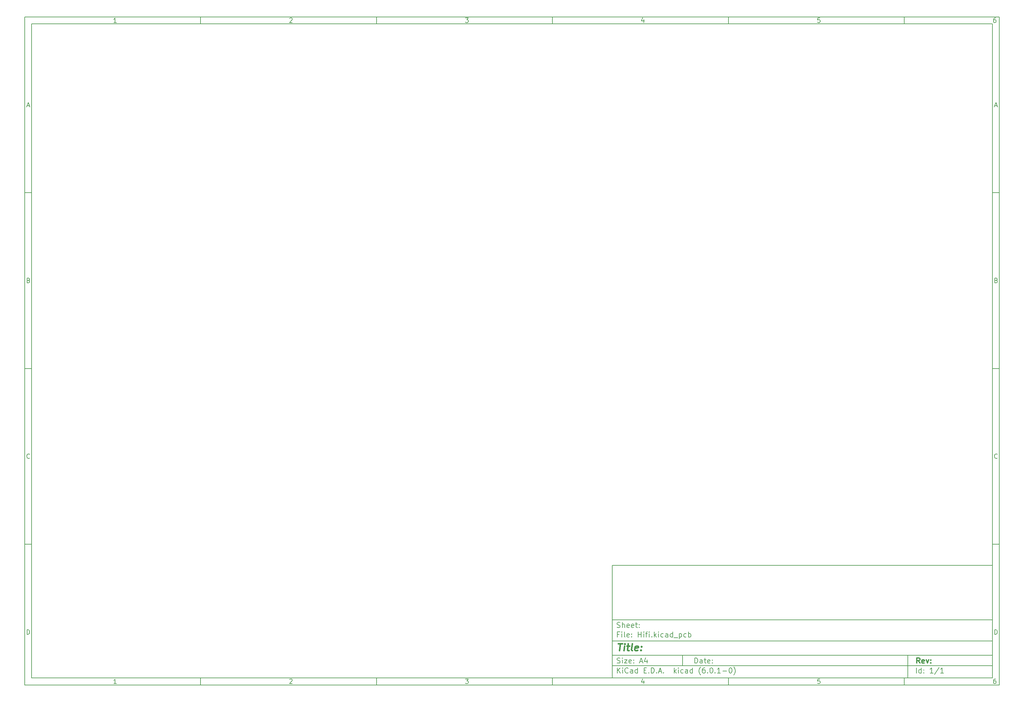
<source format=gbp>
G04 #@! TF.GenerationSoftware,KiCad,Pcbnew,(6.0.1-0)*
G04 #@! TF.CreationDate,2022-01-26T00:05:37+08:00*
G04 #@! TF.ProjectId,Hifi,48696669-2e6b-4696-9361-645f70636258,rev?*
G04 #@! TF.SameCoordinates,Original*
G04 #@! TF.FileFunction,Paste,Bot*
G04 #@! TF.FilePolarity,Positive*
%FSLAX46Y46*%
G04 Gerber Fmt 4.6, Leading zero omitted, Abs format (unit mm)*
G04 Created by KiCad (PCBNEW (6.0.1-0)) date 2022-01-26 00:05:37*
%MOMM*%
%LPD*%
G01*
G04 APERTURE LIST*
%ADD10C,0.100000*%
%ADD11C,0.150000*%
%ADD12C,0.300000*%
%ADD13C,0.400000*%
G04 APERTURE END LIST*
D10*
D11*
X177002200Y-166007200D02*
X177002200Y-198007200D01*
X285002200Y-198007200D01*
X285002200Y-166007200D01*
X177002200Y-166007200D01*
D10*
D11*
X10000000Y-10000000D02*
X10000000Y-200007200D01*
X287002200Y-200007200D01*
X287002200Y-10000000D01*
X10000000Y-10000000D01*
D10*
D11*
X12000000Y-12000000D02*
X12000000Y-198007200D01*
X285002200Y-198007200D01*
X285002200Y-12000000D01*
X12000000Y-12000000D01*
D10*
D11*
X60000000Y-12000000D02*
X60000000Y-10000000D01*
D10*
D11*
X110000000Y-12000000D02*
X110000000Y-10000000D01*
D10*
D11*
X160000000Y-12000000D02*
X160000000Y-10000000D01*
D10*
D11*
X210000000Y-12000000D02*
X210000000Y-10000000D01*
D10*
D11*
X260000000Y-12000000D02*
X260000000Y-10000000D01*
D10*
D11*
X36065476Y-11588095D02*
X35322619Y-11588095D01*
X35694047Y-11588095D02*
X35694047Y-10288095D01*
X35570238Y-10473809D01*
X35446428Y-10597619D01*
X35322619Y-10659523D01*
D10*
D11*
X85322619Y-10411904D02*
X85384523Y-10350000D01*
X85508333Y-10288095D01*
X85817857Y-10288095D01*
X85941666Y-10350000D01*
X86003571Y-10411904D01*
X86065476Y-10535714D01*
X86065476Y-10659523D01*
X86003571Y-10845238D01*
X85260714Y-11588095D01*
X86065476Y-11588095D01*
D10*
D11*
X135260714Y-10288095D02*
X136065476Y-10288095D01*
X135632142Y-10783333D01*
X135817857Y-10783333D01*
X135941666Y-10845238D01*
X136003571Y-10907142D01*
X136065476Y-11030952D01*
X136065476Y-11340476D01*
X136003571Y-11464285D01*
X135941666Y-11526190D01*
X135817857Y-11588095D01*
X135446428Y-11588095D01*
X135322619Y-11526190D01*
X135260714Y-11464285D01*
D10*
D11*
X185941666Y-10721428D02*
X185941666Y-11588095D01*
X185632142Y-10226190D02*
X185322619Y-11154761D01*
X186127380Y-11154761D01*
D10*
D11*
X236003571Y-10288095D02*
X235384523Y-10288095D01*
X235322619Y-10907142D01*
X235384523Y-10845238D01*
X235508333Y-10783333D01*
X235817857Y-10783333D01*
X235941666Y-10845238D01*
X236003571Y-10907142D01*
X236065476Y-11030952D01*
X236065476Y-11340476D01*
X236003571Y-11464285D01*
X235941666Y-11526190D01*
X235817857Y-11588095D01*
X235508333Y-11588095D01*
X235384523Y-11526190D01*
X235322619Y-11464285D01*
D10*
D11*
X285941666Y-10288095D02*
X285694047Y-10288095D01*
X285570238Y-10350000D01*
X285508333Y-10411904D01*
X285384523Y-10597619D01*
X285322619Y-10845238D01*
X285322619Y-11340476D01*
X285384523Y-11464285D01*
X285446428Y-11526190D01*
X285570238Y-11588095D01*
X285817857Y-11588095D01*
X285941666Y-11526190D01*
X286003571Y-11464285D01*
X286065476Y-11340476D01*
X286065476Y-11030952D01*
X286003571Y-10907142D01*
X285941666Y-10845238D01*
X285817857Y-10783333D01*
X285570238Y-10783333D01*
X285446428Y-10845238D01*
X285384523Y-10907142D01*
X285322619Y-11030952D01*
D10*
D11*
X60000000Y-198007200D02*
X60000000Y-200007200D01*
D10*
D11*
X110000000Y-198007200D02*
X110000000Y-200007200D01*
D10*
D11*
X160000000Y-198007200D02*
X160000000Y-200007200D01*
D10*
D11*
X210000000Y-198007200D02*
X210000000Y-200007200D01*
D10*
D11*
X260000000Y-198007200D02*
X260000000Y-200007200D01*
D10*
D11*
X36065476Y-199595295D02*
X35322619Y-199595295D01*
X35694047Y-199595295D02*
X35694047Y-198295295D01*
X35570238Y-198481009D01*
X35446428Y-198604819D01*
X35322619Y-198666723D01*
D10*
D11*
X85322619Y-198419104D02*
X85384523Y-198357200D01*
X85508333Y-198295295D01*
X85817857Y-198295295D01*
X85941666Y-198357200D01*
X86003571Y-198419104D01*
X86065476Y-198542914D01*
X86065476Y-198666723D01*
X86003571Y-198852438D01*
X85260714Y-199595295D01*
X86065476Y-199595295D01*
D10*
D11*
X135260714Y-198295295D02*
X136065476Y-198295295D01*
X135632142Y-198790533D01*
X135817857Y-198790533D01*
X135941666Y-198852438D01*
X136003571Y-198914342D01*
X136065476Y-199038152D01*
X136065476Y-199347676D01*
X136003571Y-199471485D01*
X135941666Y-199533390D01*
X135817857Y-199595295D01*
X135446428Y-199595295D01*
X135322619Y-199533390D01*
X135260714Y-199471485D01*
D10*
D11*
X185941666Y-198728628D02*
X185941666Y-199595295D01*
X185632142Y-198233390D02*
X185322619Y-199161961D01*
X186127380Y-199161961D01*
D10*
D11*
X236003571Y-198295295D02*
X235384523Y-198295295D01*
X235322619Y-198914342D01*
X235384523Y-198852438D01*
X235508333Y-198790533D01*
X235817857Y-198790533D01*
X235941666Y-198852438D01*
X236003571Y-198914342D01*
X236065476Y-199038152D01*
X236065476Y-199347676D01*
X236003571Y-199471485D01*
X235941666Y-199533390D01*
X235817857Y-199595295D01*
X235508333Y-199595295D01*
X235384523Y-199533390D01*
X235322619Y-199471485D01*
D10*
D11*
X285941666Y-198295295D02*
X285694047Y-198295295D01*
X285570238Y-198357200D01*
X285508333Y-198419104D01*
X285384523Y-198604819D01*
X285322619Y-198852438D01*
X285322619Y-199347676D01*
X285384523Y-199471485D01*
X285446428Y-199533390D01*
X285570238Y-199595295D01*
X285817857Y-199595295D01*
X285941666Y-199533390D01*
X286003571Y-199471485D01*
X286065476Y-199347676D01*
X286065476Y-199038152D01*
X286003571Y-198914342D01*
X285941666Y-198852438D01*
X285817857Y-198790533D01*
X285570238Y-198790533D01*
X285446428Y-198852438D01*
X285384523Y-198914342D01*
X285322619Y-199038152D01*
D10*
D11*
X10000000Y-60000000D02*
X12000000Y-60000000D01*
D10*
D11*
X10000000Y-110000000D02*
X12000000Y-110000000D01*
D10*
D11*
X10000000Y-160000000D02*
X12000000Y-160000000D01*
D10*
D11*
X10690476Y-35216666D02*
X11309523Y-35216666D01*
X10566666Y-35588095D02*
X11000000Y-34288095D01*
X11433333Y-35588095D01*
D10*
D11*
X11092857Y-84907142D02*
X11278571Y-84969047D01*
X11340476Y-85030952D01*
X11402380Y-85154761D01*
X11402380Y-85340476D01*
X11340476Y-85464285D01*
X11278571Y-85526190D01*
X11154761Y-85588095D01*
X10659523Y-85588095D01*
X10659523Y-84288095D01*
X11092857Y-84288095D01*
X11216666Y-84350000D01*
X11278571Y-84411904D01*
X11340476Y-84535714D01*
X11340476Y-84659523D01*
X11278571Y-84783333D01*
X11216666Y-84845238D01*
X11092857Y-84907142D01*
X10659523Y-84907142D01*
D10*
D11*
X11402380Y-135464285D02*
X11340476Y-135526190D01*
X11154761Y-135588095D01*
X11030952Y-135588095D01*
X10845238Y-135526190D01*
X10721428Y-135402380D01*
X10659523Y-135278571D01*
X10597619Y-135030952D01*
X10597619Y-134845238D01*
X10659523Y-134597619D01*
X10721428Y-134473809D01*
X10845238Y-134350000D01*
X11030952Y-134288095D01*
X11154761Y-134288095D01*
X11340476Y-134350000D01*
X11402380Y-134411904D01*
D10*
D11*
X10659523Y-185588095D02*
X10659523Y-184288095D01*
X10969047Y-184288095D01*
X11154761Y-184350000D01*
X11278571Y-184473809D01*
X11340476Y-184597619D01*
X11402380Y-184845238D01*
X11402380Y-185030952D01*
X11340476Y-185278571D01*
X11278571Y-185402380D01*
X11154761Y-185526190D01*
X10969047Y-185588095D01*
X10659523Y-185588095D01*
D10*
D11*
X287002200Y-60000000D02*
X285002200Y-60000000D01*
D10*
D11*
X287002200Y-110000000D02*
X285002200Y-110000000D01*
D10*
D11*
X287002200Y-160000000D02*
X285002200Y-160000000D01*
D10*
D11*
X285692676Y-35216666D02*
X286311723Y-35216666D01*
X285568866Y-35588095D02*
X286002200Y-34288095D01*
X286435533Y-35588095D01*
D10*
D11*
X286095057Y-84907142D02*
X286280771Y-84969047D01*
X286342676Y-85030952D01*
X286404580Y-85154761D01*
X286404580Y-85340476D01*
X286342676Y-85464285D01*
X286280771Y-85526190D01*
X286156961Y-85588095D01*
X285661723Y-85588095D01*
X285661723Y-84288095D01*
X286095057Y-84288095D01*
X286218866Y-84350000D01*
X286280771Y-84411904D01*
X286342676Y-84535714D01*
X286342676Y-84659523D01*
X286280771Y-84783333D01*
X286218866Y-84845238D01*
X286095057Y-84907142D01*
X285661723Y-84907142D01*
D10*
D11*
X286404580Y-135464285D02*
X286342676Y-135526190D01*
X286156961Y-135588095D01*
X286033152Y-135588095D01*
X285847438Y-135526190D01*
X285723628Y-135402380D01*
X285661723Y-135278571D01*
X285599819Y-135030952D01*
X285599819Y-134845238D01*
X285661723Y-134597619D01*
X285723628Y-134473809D01*
X285847438Y-134350000D01*
X286033152Y-134288095D01*
X286156961Y-134288095D01*
X286342676Y-134350000D01*
X286404580Y-134411904D01*
D10*
D11*
X285661723Y-185588095D02*
X285661723Y-184288095D01*
X285971247Y-184288095D01*
X286156961Y-184350000D01*
X286280771Y-184473809D01*
X286342676Y-184597619D01*
X286404580Y-184845238D01*
X286404580Y-185030952D01*
X286342676Y-185278571D01*
X286280771Y-185402380D01*
X286156961Y-185526190D01*
X285971247Y-185588095D01*
X285661723Y-185588095D01*
D10*
D11*
X200434342Y-193785771D02*
X200434342Y-192285771D01*
X200791485Y-192285771D01*
X201005771Y-192357200D01*
X201148628Y-192500057D01*
X201220057Y-192642914D01*
X201291485Y-192928628D01*
X201291485Y-193142914D01*
X201220057Y-193428628D01*
X201148628Y-193571485D01*
X201005771Y-193714342D01*
X200791485Y-193785771D01*
X200434342Y-193785771D01*
X202577200Y-193785771D02*
X202577200Y-193000057D01*
X202505771Y-192857200D01*
X202362914Y-192785771D01*
X202077200Y-192785771D01*
X201934342Y-192857200D01*
X202577200Y-193714342D02*
X202434342Y-193785771D01*
X202077200Y-193785771D01*
X201934342Y-193714342D01*
X201862914Y-193571485D01*
X201862914Y-193428628D01*
X201934342Y-193285771D01*
X202077200Y-193214342D01*
X202434342Y-193214342D01*
X202577200Y-193142914D01*
X203077200Y-192785771D02*
X203648628Y-192785771D01*
X203291485Y-192285771D02*
X203291485Y-193571485D01*
X203362914Y-193714342D01*
X203505771Y-193785771D01*
X203648628Y-193785771D01*
X204720057Y-193714342D02*
X204577200Y-193785771D01*
X204291485Y-193785771D01*
X204148628Y-193714342D01*
X204077200Y-193571485D01*
X204077200Y-193000057D01*
X204148628Y-192857200D01*
X204291485Y-192785771D01*
X204577200Y-192785771D01*
X204720057Y-192857200D01*
X204791485Y-193000057D01*
X204791485Y-193142914D01*
X204077200Y-193285771D01*
X205434342Y-193642914D02*
X205505771Y-193714342D01*
X205434342Y-193785771D01*
X205362914Y-193714342D01*
X205434342Y-193642914D01*
X205434342Y-193785771D01*
X205434342Y-192857200D02*
X205505771Y-192928628D01*
X205434342Y-193000057D01*
X205362914Y-192928628D01*
X205434342Y-192857200D01*
X205434342Y-193000057D01*
D10*
D11*
X177002200Y-194507200D02*
X285002200Y-194507200D01*
D10*
D11*
X178434342Y-196585771D02*
X178434342Y-195085771D01*
X179291485Y-196585771D02*
X178648628Y-195728628D01*
X179291485Y-195085771D02*
X178434342Y-195942914D01*
X179934342Y-196585771D02*
X179934342Y-195585771D01*
X179934342Y-195085771D02*
X179862914Y-195157200D01*
X179934342Y-195228628D01*
X180005771Y-195157200D01*
X179934342Y-195085771D01*
X179934342Y-195228628D01*
X181505771Y-196442914D02*
X181434342Y-196514342D01*
X181220057Y-196585771D01*
X181077200Y-196585771D01*
X180862914Y-196514342D01*
X180720057Y-196371485D01*
X180648628Y-196228628D01*
X180577200Y-195942914D01*
X180577200Y-195728628D01*
X180648628Y-195442914D01*
X180720057Y-195300057D01*
X180862914Y-195157200D01*
X181077200Y-195085771D01*
X181220057Y-195085771D01*
X181434342Y-195157200D01*
X181505771Y-195228628D01*
X182791485Y-196585771D02*
X182791485Y-195800057D01*
X182720057Y-195657200D01*
X182577200Y-195585771D01*
X182291485Y-195585771D01*
X182148628Y-195657200D01*
X182791485Y-196514342D02*
X182648628Y-196585771D01*
X182291485Y-196585771D01*
X182148628Y-196514342D01*
X182077200Y-196371485D01*
X182077200Y-196228628D01*
X182148628Y-196085771D01*
X182291485Y-196014342D01*
X182648628Y-196014342D01*
X182791485Y-195942914D01*
X184148628Y-196585771D02*
X184148628Y-195085771D01*
X184148628Y-196514342D02*
X184005771Y-196585771D01*
X183720057Y-196585771D01*
X183577200Y-196514342D01*
X183505771Y-196442914D01*
X183434342Y-196300057D01*
X183434342Y-195871485D01*
X183505771Y-195728628D01*
X183577200Y-195657200D01*
X183720057Y-195585771D01*
X184005771Y-195585771D01*
X184148628Y-195657200D01*
X186005771Y-195800057D02*
X186505771Y-195800057D01*
X186720057Y-196585771D02*
X186005771Y-196585771D01*
X186005771Y-195085771D01*
X186720057Y-195085771D01*
X187362914Y-196442914D02*
X187434342Y-196514342D01*
X187362914Y-196585771D01*
X187291485Y-196514342D01*
X187362914Y-196442914D01*
X187362914Y-196585771D01*
X188077200Y-196585771D02*
X188077200Y-195085771D01*
X188434342Y-195085771D01*
X188648628Y-195157200D01*
X188791485Y-195300057D01*
X188862914Y-195442914D01*
X188934342Y-195728628D01*
X188934342Y-195942914D01*
X188862914Y-196228628D01*
X188791485Y-196371485D01*
X188648628Y-196514342D01*
X188434342Y-196585771D01*
X188077200Y-196585771D01*
X189577200Y-196442914D02*
X189648628Y-196514342D01*
X189577200Y-196585771D01*
X189505771Y-196514342D01*
X189577200Y-196442914D01*
X189577200Y-196585771D01*
X190220057Y-196157200D02*
X190934342Y-196157200D01*
X190077200Y-196585771D02*
X190577200Y-195085771D01*
X191077200Y-196585771D01*
X191577200Y-196442914D02*
X191648628Y-196514342D01*
X191577200Y-196585771D01*
X191505771Y-196514342D01*
X191577200Y-196442914D01*
X191577200Y-196585771D01*
X194577200Y-196585771D02*
X194577200Y-195085771D01*
X194720057Y-196014342D02*
X195148628Y-196585771D01*
X195148628Y-195585771D02*
X194577200Y-196157200D01*
X195791485Y-196585771D02*
X195791485Y-195585771D01*
X195791485Y-195085771D02*
X195720057Y-195157200D01*
X195791485Y-195228628D01*
X195862914Y-195157200D01*
X195791485Y-195085771D01*
X195791485Y-195228628D01*
X197148628Y-196514342D02*
X197005771Y-196585771D01*
X196720057Y-196585771D01*
X196577200Y-196514342D01*
X196505771Y-196442914D01*
X196434342Y-196300057D01*
X196434342Y-195871485D01*
X196505771Y-195728628D01*
X196577200Y-195657200D01*
X196720057Y-195585771D01*
X197005771Y-195585771D01*
X197148628Y-195657200D01*
X198434342Y-196585771D02*
X198434342Y-195800057D01*
X198362914Y-195657200D01*
X198220057Y-195585771D01*
X197934342Y-195585771D01*
X197791485Y-195657200D01*
X198434342Y-196514342D02*
X198291485Y-196585771D01*
X197934342Y-196585771D01*
X197791485Y-196514342D01*
X197720057Y-196371485D01*
X197720057Y-196228628D01*
X197791485Y-196085771D01*
X197934342Y-196014342D01*
X198291485Y-196014342D01*
X198434342Y-195942914D01*
X199791485Y-196585771D02*
X199791485Y-195085771D01*
X199791485Y-196514342D02*
X199648628Y-196585771D01*
X199362914Y-196585771D01*
X199220057Y-196514342D01*
X199148628Y-196442914D01*
X199077200Y-196300057D01*
X199077200Y-195871485D01*
X199148628Y-195728628D01*
X199220057Y-195657200D01*
X199362914Y-195585771D01*
X199648628Y-195585771D01*
X199791485Y-195657200D01*
X202077200Y-197157200D02*
X202005771Y-197085771D01*
X201862914Y-196871485D01*
X201791485Y-196728628D01*
X201720057Y-196514342D01*
X201648628Y-196157200D01*
X201648628Y-195871485D01*
X201720057Y-195514342D01*
X201791485Y-195300057D01*
X201862914Y-195157200D01*
X202005771Y-194942914D01*
X202077200Y-194871485D01*
X203291485Y-195085771D02*
X203005771Y-195085771D01*
X202862914Y-195157200D01*
X202791485Y-195228628D01*
X202648628Y-195442914D01*
X202577200Y-195728628D01*
X202577200Y-196300057D01*
X202648628Y-196442914D01*
X202720057Y-196514342D01*
X202862914Y-196585771D01*
X203148628Y-196585771D01*
X203291485Y-196514342D01*
X203362914Y-196442914D01*
X203434342Y-196300057D01*
X203434342Y-195942914D01*
X203362914Y-195800057D01*
X203291485Y-195728628D01*
X203148628Y-195657200D01*
X202862914Y-195657200D01*
X202720057Y-195728628D01*
X202648628Y-195800057D01*
X202577200Y-195942914D01*
X204077200Y-196442914D02*
X204148628Y-196514342D01*
X204077200Y-196585771D01*
X204005771Y-196514342D01*
X204077200Y-196442914D01*
X204077200Y-196585771D01*
X205077200Y-195085771D02*
X205220057Y-195085771D01*
X205362914Y-195157200D01*
X205434342Y-195228628D01*
X205505771Y-195371485D01*
X205577200Y-195657200D01*
X205577200Y-196014342D01*
X205505771Y-196300057D01*
X205434342Y-196442914D01*
X205362914Y-196514342D01*
X205220057Y-196585771D01*
X205077200Y-196585771D01*
X204934342Y-196514342D01*
X204862914Y-196442914D01*
X204791485Y-196300057D01*
X204720057Y-196014342D01*
X204720057Y-195657200D01*
X204791485Y-195371485D01*
X204862914Y-195228628D01*
X204934342Y-195157200D01*
X205077200Y-195085771D01*
X206220057Y-196442914D02*
X206291485Y-196514342D01*
X206220057Y-196585771D01*
X206148628Y-196514342D01*
X206220057Y-196442914D01*
X206220057Y-196585771D01*
X207720057Y-196585771D02*
X206862914Y-196585771D01*
X207291485Y-196585771D02*
X207291485Y-195085771D01*
X207148628Y-195300057D01*
X207005771Y-195442914D01*
X206862914Y-195514342D01*
X208362914Y-196014342D02*
X209505771Y-196014342D01*
X210505771Y-195085771D02*
X210648628Y-195085771D01*
X210791485Y-195157200D01*
X210862914Y-195228628D01*
X210934342Y-195371485D01*
X211005771Y-195657200D01*
X211005771Y-196014342D01*
X210934342Y-196300057D01*
X210862914Y-196442914D01*
X210791485Y-196514342D01*
X210648628Y-196585771D01*
X210505771Y-196585771D01*
X210362914Y-196514342D01*
X210291485Y-196442914D01*
X210220057Y-196300057D01*
X210148628Y-196014342D01*
X210148628Y-195657200D01*
X210220057Y-195371485D01*
X210291485Y-195228628D01*
X210362914Y-195157200D01*
X210505771Y-195085771D01*
X211505771Y-197157200D02*
X211577200Y-197085771D01*
X211720057Y-196871485D01*
X211791485Y-196728628D01*
X211862914Y-196514342D01*
X211934342Y-196157200D01*
X211934342Y-195871485D01*
X211862914Y-195514342D01*
X211791485Y-195300057D01*
X211720057Y-195157200D01*
X211577200Y-194942914D01*
X211505771Y-194871485D01*
D10*
D11*
X177002200Y-191507200D02*
X285002200Y-191507200D01*
D10*
D12*
X264411485Y-193785771D02*
X263911485Y-193071485D01*
X263554342Y-193785771D02*
X263554342Y-192285771D01*
X264125771Y-192285771D01*
X264268628Y-192357200D01*
X264340057Y-192428628D01*
X264411485Y-192571485D01*
X264411485Y-192785771D01*
X264340057Y-192928628D01*
X264268628Y-193000057D01*
X264125771Y-193071485D01*
X263554342Y-193071485D01*
X265625771Y-193714342D02*
X265482914Y-193785771D01*
X265197200Y-193785771D01*
X265054342Y-193714342D01*
X264982914Y-193571485D01*
X264982914Y-193000057D01*
X265054342Y-192857200D01*
X265197200Y-192785771D01*
X265482914Y-192785771D01*
X265625771Y-192857200D01*
X265697200Y-193000057D01*
X265697200Y-193142914D01*
X264982914Y-193285771D01*
X266197200Y-192785771D02*
X266554342Y-193785771D01*
X266911485Y-192785771D01*
X267482914Y-193642914D02*
X267554342Y-193714342D01*
X267482914Y-193785771D01*
X267411485Y-193714342D01*
X267482914Y-193642914D01*
X267482914Y-193785771D01*
X267482914Y-192857200D02*
X267554342Y-192928628D01*
X267482914Y-193000057D01*
X267411485Y-192928628D01*
X267482914Y-192857200D01*
X267482914Y-193000057D01*
D10*
D11*
X178362914Y-193714342D02*
X178577200Y-193785771D01*
X178934342Y-193785771D01*
X179077200Y-193714342D01*
X179148628Y-193642914D01*
X179220057Y-193500057D01*
X179220057Y-193357200D01*
X179148628Y-193214342D01*
X179077200Y-193142914D01*
X178934342Y-193071485D01*
X178648628Y-193000057D01*
X178505771Y-192928628D01*
X178434342Y-192857200D01*
X178362914Y-192714342D01*
X178362914Y-192571485D01*
X178434342Y-192428628D01*
X178505771Y-192357200D01*
X178648628Y-192285771D01*
X179005771Y-192285771D01*
X179220057Y-192357200D01*
X179862914Y-193785771D02*
X179862914Y-192785771D01*
X179862914Y-192285771D02*
X179791485Y-192357200D01*
X179862914Y-192428628D01*
X179934342Y-192357200D01*
X179862914Y-192285771D01*
X179862914Y-192428628D01*
X180434342Y-192785771D02*
X181220057Y-192785771D01*
X180434342Y-193785771D01*
X181220057Y-193785771D01*
X182362914Y-193714342D02*
X182220057Y-193785771D01*
X181934342Y-193785771D01*
X181791485Y-193714342D01*
X181720057Y-193571485D01*
X181720057Y-193000057D01*
X181791485Y-192857200D01*
X181934342Y-192785771D01*
X182220057Y-192785771D01*
X182362914Y-192857200D01*
X182434342Y-193000057D01*
X182434342Y-193142914D01*
X181720057Y-193285771D01*
X183077200Y-193642914D02*
X183148628Y-193714342D01*
X183077200Y-193785771D01*
X183005771Y-193714342D01*
X183077200Y-193642914D01*
X183077200Y-193785771D01*
X183077200Y-192857200D02*
X183148628Y-192928628D01*
X183077200Y-193000057D01*
X183005771Y-192928628D01*
X183077200Y-192857200D01*
X183077200Y-193000057D01*
X184862914Y-193357200D02*
X185577200Y-193357200D01*
X184720057Y-193785771D02*
X185220057Y-192285771D01*
X185720057Y-193785771D01*
X186862914Y-192785771D02*
X186862914Y-193785771D01*
X186505771Y-192214342D02*
X186148628Y-193285771D01*
X187077200Y-193285771D01*
D10*
D11*
X263434342Y-196585771D02*
X263434342Y-195085771D01*
X264791485Y-196585771D02*
X264791485Y-195085771D01*
X264791485Y-196514342D02*
X264648628Y-196585771D01*
X264362914Y-196585771D01*
X264220057Y-196514342D01*
X264148628Y-196442914D01*
X264077200Y-196300057D01*
X264077200Y-195871485D01*
X264148628Y-195728628D01*
X264220057Y-195657200D01*
X264362914Y-195585771D01*
X264648628Y-195585771D01*
X264791485Y-195657200D01*
X265505771Y-196442914D02*
X265577200Y-196514342D01*
X265505771Y-196585771D01*
X265434342Y-196514342D01*
X265505771Y-196442914D01*
X265505771Y-196585771D01*
X265505771Y-195657200D02*
X265577200Y-195728628D01*
X265505771Y-195800057D01*
X265434342Y-195728628D01*
X265505771Y-195657200D01*
X265505771Y-195800057D01*
X268148628Y-196585771D02*
X267291485Y-196585771D01*
X267720057Y-196585771D02*
X267720057Y-195085771D01*
X267577200Y-195300057D01*
X267434342Y-195442914D01*
X267291485Y-195514342D01*
X269862914Y-195014342D02*
X268577200Y-196942914D01*
X271148628Y-196585771D02*
X270291485Y-196585771D01*
X270720057Y-196585771D02*
X270720057Y-195085771D01*
X270577200Y-195300057D01*
X270434342Y-195442914D01*
X270291485Y-195514342D01*
D10*
D11*
X177002200Y-187507200D02*
X285002200Y-187507200D01*
D10*
D13*
X178714580Y-188211961D02*
X179857438Y-188211961D01*
X179036009Y-190211961D02*
X179286009Y-188211961D01*
X180274104Y-190211961D02*
X180440771Y-188878628D01*
X180524104Y-188211961D02*
X180416961Y-188307200D01*
X180500295Y-188402438D01*
X180607438Y-188307200D01*
X180524104Y-188211961D01*
X180500295Y-188402438D01*
X181107438Y-188878628D02*
X181869342Y-188878628D01*
X181476485Y-188211961D02*
X181262200Y-189926247D01*
X181333628Y-190116723D01*
X181512200Y-190211961D01*
X181702676Y-190211961D01*
X182655057Y-190211961D02*
X182476485Y-190116723D01*
X182405057Y-189926247D01*
X182619342Y-188211961D01*
X184190771Y-190116723D02*
X183988390Y-190211961D01*
X183607438Y-190211961D01*
X183428866Y-190116723D01*
X183357438Y-189926247D01*
X183452676Y-189164342D01*
X183571723Y-188973866D01*
X183774104Y-188878628D01*
X184155057Y-188878628D01*
X184333628Y-188973866D01*
X184405057Y-189164342D01*
X184381247Y-189354819D01*
X183405057Y-189545295D01*
X185155057Y-190021485D02*
X185238390Y-190116723D01*
X185131247Y-190211961D01*
X185047914Y-190116723D01*
X185155057Y-190021485D01*
X185131247Y-190211961D01*
X185286009Y-188973866D02*
X185369342Y-189069104D01*
X185262200Y-189164342D01*
X185178866Y-189069104D01*
X185286009Y-188973866D01*
X185262200Y-189164342D01*
D10*
D11*
X178934342Y-185600057D02*
X178434342Y-185600057D01*
X178434342Y-186385771D02*
X178434342Y-184885771D01*
X179148628Y-184885771D01*
X179720057Y-186385771D02*
X179720057Y-185385771D01*
X179720057Y-184885771D02*
X179648628Y-184957200D01*
X179720057Y-185028628D01*
X179791485Y-184957200D01*
X179720057Y-184885771D01*
X179720057Y-185028628D01*
X180648628Y-186385771D02*
X180505771Y-186314342D01*
X180434342Y-186171485D01*
X180434342Y-184885771D01*
X181791485Y-186314342D02*
X181648628Y-186385771D01*
X181362914Y-186385771D01*
X181220057Y-186314342D01*
X181148628Y-186171485D01*
X181148628Y-185600057D01*
X181220057Y-185457200D01*
X181362914Y-185385771D01*
X181648628Y-185385771D01*
X181791485Y-185457200D01*
X181862914Y-185600057D01*
X181862914Y-185742914D01*
X181148628Y-185885771D01*
X182505771Y-186242914D02*
X182577200Y-186314342D01*
X182505771Y-186385771D01*
X182434342Y-186314342D01*
X182505771Y-186242914D01*
X182505771Y-186385771D01*
X182505771Y-185457200D02*
X182577200Y-185528628D01*
X182505771Y-185600057D01*
X182434342Y-185528628D01*
X182505771Y-185457200D01*
X182505771Y-185600057D01*
X184362914Y-186385771D02*
X184362914Y-184885771D01*
X184362914Y-185600057D02*
X185220057Y-185600057D01*
X185220057Y-186385771D02*
X185220057Y-184885771D01*
X185934342Y-186385771D02*
X185934342Y-185385771D01*
X185934342Y-184885771D02*
X185862914Y-184957200D01*
X185934342Y-185028628D01*
X186005771Y-184957200D01*
X185934342Y-184885771D01*
X185934342Y-185028628D01*
X186434342Y-185385771D02*
X187005771Y-185385771D01*
X186648628Y-186385771D02*
X186648628Y-185100057D01*
X186720057Y-184957200D01*
X186862914Y-184885771D01*
X187005771Y-184885771D01*
X187505771Y-186385771D02*
X187505771Y-185385771D01*
X187505771Y-184885771D02*
X187434342Y-184957200D01*
X187505771Y-185028628D01*
X187577200Y-184957200D01*
X187505771Y-184885771D01*
X187505771Y-185028628D01*
X188220057Y-186242914D02*
X188291485Y-186314342D01*
X188220057Y-186385771D01*
X188148628Y-186314342D01*
X188220057Y-186242914D01*
X188220057Y-186385771D01*
X188934342Y-186385771D02*
X188934342Y-184885771D01*
X189077200Y-185814342D02*
X189505771Y-186385771D01*
X189505771Y-185385771D02*
X188934342Y-185957200D01*
X190148628Y-186385771D02*
X190148628Y-185385771D01*
X190148628Y-184885771D02*
X190077200Y-184957200D01*
X190148628Y-185028628D01*
X190220057Y-184957200D01*
X190148628Y-184885771D01*
X190148628Y-185028628D01*
X191505771Y-186314342D02*
X191362914Y-186385771D01*
X191077200Y-186385771D01*
X190934342Y-186314342D01*
X190862914Y-186242914D01*
X190791485Y-186100057D01*
X190791485Y-185671485D01*
X190862914Y-185528628D01*
X190934342Y-185457200D01*
X191077200Y-185385771D01*
X191362914Y-185385771D01*
X191505771Y-185457200D01*
X192791485Y-186385771D02*
X192791485Y-185600057D01*
X192720057Y-185457200D01*
X192577200Y-185385771D01*
X192291485Y-185385771D01*
X192148628Y-185457200D01*
X192791485Y-186314342D02*
X192648628Y-186385771D01*
X192291485Y-186385771D01*
X192148628Y-186314342D01*
X192077200Y-186171485D01*
X192077200Y-186028628D01*
X192148628Y-185885771D01*
X192291485Y-185814342D01*
X192648628Y-185814342D01*
X192791485Y-185742914D01*
X194148628Y-186385771D02*
X194148628Y-184885771D01*
X194148628Y-186314342D02*
X194005771Y-186385771D01*
X193720057Y-186385771D01*
X193577200Y-186314342D01*
X193505771Y-186242914D01*
X193434342Y-186100057D01*
X193434342Y-185671485D01*
X193505771Y-185528628D01*
X193577200Y-185457200D01*
X193720057Y-185385771D01*
X194005771Y-185385771D01*
X194148628Y-185457200D01*
X194505771Y-186528628D02*
X195648628Y-186528628D01*
X196005771Y-185385771D02*
X196005771Y-186885771D01*
X196005771Y-185457200D02*
X196148628Y-185385771D01*
X196434342Y-185385771D01*
X196577200Y-185457200D01*
X196648628Y-185528628D01*
X196720057Y-185671485D01*
X196720057Y-186100057D01*
X196648628Y-186242914D01*
X196577200Y-186314342D01*
X196434342Y-186385771D01*
X196148628Y-186385771D01*
X196005771Y-186314342D01*
X198005771Y-186314342D02*
X197862914Y-186385771D01*
X197577200Y-186385771D01*
X197434342Y-186314342D01*
X197362914Y-186242914D01*
X197291485Y-186100057D01*
X197291485Y-185671485D01*
X197362914Y-185528628D01*
X197434342Y-185457200D01*
X197577200Y-185385771D01*
X197862914Y-185385771D01*
X198005771Y-185457200D01*
X198648628Y-186385771D02*
X198648628Y-184885771D01*
X198648628Y-185457200D02*
X198791485Y-185385771D01*
X199077200Y-185385771D01*
X199220057Y-185457200D01*
X199291485Y-185528628D01*
X199362914Y-185671485D01*
X199362914Y-186100057D01*
X199291485Y-186242914D01*
X199220057Y-186314342D01*
X199077200Y-186385771D01*
X198791485Y-186385771D01*
X198648628Y-186314342D01*
D10*
D11*
X177002200Y-181507200D02*
X285002200Y-181507200D01*
D10*
D11*
X178362914Y-183614342D02*
X178577200Y-183685771D01*
X178934342Y-183685771D01*
X179077200Y-183614342D01*
X179148628Y-183542914D01*
X179220057Y-183400057D01*
X179220057Y-183257200D01*
X179148628Y-183114342D01*
X179077200Y-183042914D01*
X178934342Y-182971485D01*
X178648628Y-182900057D01*
X178505771Y-182828628D01*
X178434342Y-182757200D01*
X178362914Y-182614342D01*
X178362914Y-182471485D01*
X178434342Y-182328628D01*
X178505771Y-182257200D01*
X178648628Y-182185771D01*
X179005771Y-182185771D01*
X179220057Y-182257200D01*
X179862914Y-183685771D02*
X179862914Y-182185771D01*
X180505771Y-183685771D02*
X180505771Y-182900057D01*
X180434342Y-182757200D01*
X180291485Y-182685771D01*
X180077200Y-182685771D01*
X179934342Y-182757200D01*
X179862914Y-182828628D01*
X181791485Y-183614342D02*
X181648628Y-183685771D01*
X181362914Y-183685771D01*
X181220057Y-183614342D01*
X181148628Y-183471485D01*
X181148628Y-182900057D01*
X181220057Y-182757200D01*
X181362914Y-182685771D01*
X181648628Y-182685771D01*
X181791485Y-182757200D01*
X181862914Y-182900057D01*
X181862914Y-183042914D01*
X181148628Y-183185771D01*
X183077200Y-183614342D02*
X182934342Y-183685771D01*
X182648628Y-183685771D01*
X182505771Y-183614342D01*
X182434342Y-183471485D01*
X182434342Y-182900057D01*
X182505771Y-182757200D01*
X182648628Y-182685771D01*
X182934342Y-182685771D01*
X183077200Y-182757200D01*
X183148628Y-182900057D01*
X183148628Y-183042914D01*
X182434342Y-183185771D01*
X183577200Y-182685771D02*
X184148628Y-182685771D01*
X183791485Y-182185771D02*
X183791485Y-183471485D01*
X183862914Y-183614342D01*
X184005771Y-183685771D01*
X184148628Y-183685771D01*
X184648628Y-183542914D02*
X184720057Y-183614342D01*
X184648628Y-183685771D01*
X184577200Y-183614342D01*
X184648628Y-183542914D01*
X184648628Y-183685771D01*
X184648628Y-182757200D02*
X184720057Y-182828628D01*
X184648628Y-182900057D01*
X184577200Y-182828628D01*
X184648628Y-182757200D01*
X184648628Y-182900057D01*
D10*
D12*
D10*
D11*
D10*
D11*
D10*
D11*
D10*
D11*
D10*
D11*
X197002200Y-191507200D02*
X197002200Y-194507200D01*
D10*
D11*
X261002200Y-191507200D02*
X261002200Y-198007200D01*
M02*

</source>
